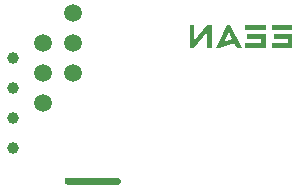
<source format=gbr>
%TF.GenerationSoftware,KiCad,Pcbnew,9.0.2*%
%TF.CreationDate,2025-06-15T10:44:02-04:00*%
%TF.ProjectId,WristWatch,57726973-7457-4617-9463-682e6b696361,rev?*%
%TF.SameCoordinates,Original*%
%TF.FileFunction,Soldermask,Bot*%
%TF.FilePolarity,Negative*%
%FSLAX46Y46*%
G04 Gerber Fmt 4.6, Leading zero omitted, Abs format (unit mm)*
G04 Created by KiCad (PCBNEW 9.0.2) date 2025-06-15 10:44:02*
%MOMM*%
%LPD*%
G01*
G04 APERTURE LIST*
%ADD10C,0.250000*%
%ADD11C,0.600000*%
%ADD12C,0.600000*%
%ADD13C,1.500000*%
%ADD14C,1.000000*%
G04 APERTURE END LIST*
D10*
G36*
X10956529Y6591537D02*
G01*
X10956529Y6199161D01*
X9192851Y6199161D01*
X9192851Y6591537D01*
X10956529Y6591537D01*
G37*
G36*
X10564152Y5415752D02*
G01*
X9388367Y5415752D01*
X9388367Y5806662D01*
X10956529Y5806662D01*
X10956529Y4631000D01*
X9192851Y4631000D01*
X9192851Y5023376D01*
X10564152Y5023376D01*
X10564152Y5415752D01*
G37*
G36*
X8715356Y6591537D02*
G01*
X8715356Y6199161D01*
X6951679Y6199161D01*
X6951679Y6591537D01*
X8715356Y6591537D01*
G37*
G36*
X8322980Y5415752D02*
G01*
X7147195Y5415752D01*
X7147195Y5806662D01*
X8715356Y5806662D01*
X8715356Y4631000D01*
X6951679Y4631000D01*
X6951679Y5023376D01*
X8322980Y5023376D01*
X8322980Y5415752D01*
G37*
G36*
X6679348Y4631000D02*
G01*
X6239101Y4631000D01*
X6003895Y5090298D01*
X4807594Y4631000D01*
X4454907Y4631000D01*
X4735176Y5191537D01*
X5172615Y5191537D01*
X5823400Y5441642D01*
X5558274Y5961268D01*
X5172615Y5191537D01*
X4735176Y5191537D01*
X5435176Y6591537D01*
X5675755Y6591537D01*
X6679348Y4631000D01*
G37*
G36*
X3721446Y5970794D02*
G01*
X2642747Y4631000D01*
X2250371Y4631000D01*
X2250371Y6591537D01*
X2642747Y6591537D01*
X2642747Y5252964D01*
X3721446Y6591537D01*
X4113822Y6591537D01*
X4113822Y4631000D01*
X3721446Y4631000D01*
X3721446Y5970794D01*
G37*
D11*
%TO.C,AE1*%
X-8074000Y-6613000D02*
X-3874000Y-6613000D01*
%TD*%
D12*
%TO.C,AE1*%
X-8074000Y-6613000D03*
X-3874000Y-6613000D03*
%TD*%
D13*
%TO.C,TP6*%
X-7620000Y7620000D03*
%TD*%
%TO.C,TP4*%
X-10160000Y5080000D03*
%TD*%
D14*
%TO.C,J4*%
X-12700000Y1270000D03*
%TD*%
D13*
%TO.C,TP2*%
X-7620000Y5080000D03*
%TD*%
%TO.C,TP5*%
X-10160000Y0D03*
%TD*%
D14*
%TO.C,J1*%
X-12700000Y-3810000D03*
%TD*%
%TO.C,J2*%
X-12700000Y3810000D03*
%TD*%
%TO.C,J3*%
X-12700000Y-1270000D03*
%TD*%
D13*
%TO.C,TP3*%
X-10160000Y2540000D03*
%TD*%
%TO.C,TP1*%
X-7620000Y2540000D03*
%TD*%
M02*

</source>
